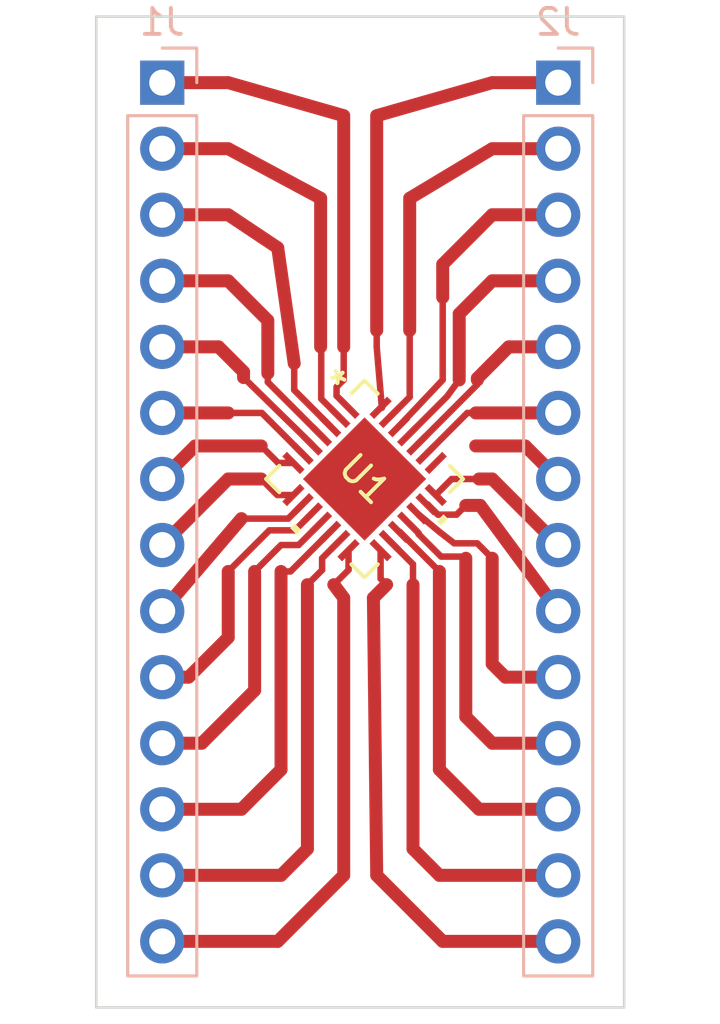
<source format=kicad_pcb>
(kicad_pcb (version 20221018) (generator pcbnew)
  (layers (0 "F.Cu" signal) (31 "B.Cu" signal) (34 "B.Paste" user) (35 "F.Paste" user) (36 "B.SilkS" user "B.Silkscreen") (37 "F.SilkS" user "F.Silkscreen") (38 "B.Mask" user) (39 "F.Mask" user) (44 "Edge.Cuts" user))
  (net 0 "")
  (net 1 "Net-(J1-Pin_1)")
  (net 2 "Net-(J1-Pin_2)")
  (net 3 "Net-(J1-Pin_3)")
  (net 4 "Net-(J1-Pin_4)")
  (net 5 "Net-(J1-Pin_5)")
  (net 6 "Net-(J1-Pin_6)")
  (net 7 "Net-(J1-Pin_7)")
  (net 8 "Net-(J1-Pin_8)")
  (net 9 "Net-(J1-Pin_9)")
  (net 10 "Net-(J1-Pin_10)")
  (net 11 "Net-(J1-Pin_11)")
  (net 12 "Net-(J1-Pin_12)")
  (net 13 "Net-(J1-Pin_13)")
  (net 14 "Net-(J1-Pin_14)")
  (net 15 "Net-(J2-Pin_14)")
  (net 16 "Net-(J2-Pin_13)")
  (net 17 "Net-(J2-Pin_12)")
  (net 18 "Net-(J2-Pin_11)")
  (net 19 "Net-(J2-Pin_10)")
  (net 20 "Net-(J2-Pin_9)")
  (net 21 "Net-(J2-Pin_8)")
  (net 22 "Net-(J2-Pin_7)")
  (net 23 "Net-(J2-Pin_6)")
  (net 24 "Net-(J2-Pin_5)")
  (net 25 "Net-(J2-Pin_4)")
  (net 26 "Net-(J2-Pin_3)")
  (net 27 "Net-(J2-Pin_2)")
  (net 28 "Net-(J2-Pin_1)")
  (footprint "MAX2121:21-0140L_T2855-3_MXM" (layer "F.Cu") (at 117.0075 86.36 -45)
    (fp_text reference "U1" (at 0 0 -45 unlocked) (layer "F.SilkS"))
    (fp_text value "MAX2121ETI+")
    (fp_text user "*" (at -3.4877 -1.75 -45 unlocked) (layer "F.SilkS"))
    (fp_text user "*" (at -3.4877 -1.75 135) (layer "F.SilkS"))
    (fp_line (start -2.6797 -2.6797) (end -2.6797 -1.96014) (stroke (width 0.1524)) (layer "F.SilkS"))
    (fp_line (start -2.6797 1.96014) (end -2.6797 2.6797) (stroke (width 0.1524)) (layer "F.SilkS"))
    (fp_line (start -2.6797 2.6797) (end -1.96014 2.6797) (stroke (width 0.1524)) (layer "F.SilkS"))
    (fp_line (start -1.96014 -2.6797) (end -2.6797 -2.6797) (stroke (width 0.1524)) (layer "F.SilkS"))
    (fp_line (start 1.96014 2.6797) (end 2.6797 2.6797) (stroke (width 0.1524)) (layer "F.SilkS"))
    (fp_line (start 2.6797 -2.6797) (end 1.96014 -2.6797) (stroke (width 0.1524)) (layer "F.SilkS"))
    (fp_line (start 2.6797 -1.96014) (end 2.6797 -2.6797) (stroke (width 0.1524)) (layer "F.SilkS"))
    (fp_line (start 2.6797 2.6797) (end 2.6797 1.96014) (stroke (width 0.1524)) (layer "F.SilkS"))
    (fp_poly (pts (xy -0.690499 3.106699) (xy -0.690499 3.360699) (xy -0.309499 3.360699) (xy -0.309499 3.106699)) (fill solid) (layer "F.SilkS"))
    (fp_poly (pts (xy 3.360699 -1.190501) (xy 3.360699 -0.809501) (xy 3.106699 -0.809501) (xy 3.106699 -1.190501)) (fill solid) (layer "F.SilkS"))
    (pad "1" smd rect (at -2.3725 -1.5 45) (size 0.2548 0.960399) (layers "F.Cu" "F.Paste" "F.Mask") (net 1 "Net-(J1-Pin_1)"))
    (pad "2" smd rect (at -2.3725 -1.000001 45) (size 0.2548 0.960399) (layers "F.Cu" "F.Paste" "F.Mask") (net 2 "Net-(J1-Pin_2)"))
    (pad "3" smd rect (at -2.3725 -0.499999 45) (size 0.2548 0.960399) (layers "F.Cu" "F.Paste" "F.Mask") (net 3 "Net-(J1-Pin_3)"))
    (pad "4" smd rect (at -2.3725 0 45) (size 0.2548 0.960399) (layers "F.Cu" "F.Paste" "F.Mask") (net 4 "Net-(J1-Pin_4)"))
    (pad "5" smd rect (at -2.3725 0.499999 45) (size 0.2548 0.960399) (layers "F.Cu" "F.Paste" "F.Mask") (net 5 "Net-(J1-Pin_5)"))
    (pad "6" smd rect (at -2.3725 1.000001 45) (size 0.2548 0.960399) (layers "F.Cu" "F.Paste" "F.Mask") (net 6 "Net-(J1-Pin_6)"))
    (pad "7" smd rect (at -2.3725 1.5 45) (size 0.2548 0.960399) (layers "F.Cu" "F.Paste" "F.Mask") (net 7 "Net-(J1-Pin_7)"))
    (pad "8" smd rect (at -1.5 2.3725 315) (size 0.2548 0.960399) (layers "F.Cu" "F.Paste" "F.Mask") (net 8 "Net-(J1-Pin_8)"))
    (pad "9" smd rect (at -1.000001 2.3725 315) (size 0.2548 0.960399) (layers "F.Cu" "F.Paste" "F.Mask") (net 9 "Net-(J1-Pin_9)"))
    (pad "10" smd rect (at -0.499999 2.3725 315) (size 0.2548 0.960399) (layers "F.Cu" "F.Paste" "F.Mask") (net 10 "Net-(J1-Pin_10)"))
    (pad "11" smd rect (at 0 2.3725 315) (size 0.2548 0.960399) (layers "F.Cu" "F.Paste" "F.Mask") (net 11 "Net-(J1-Pin_11)"))
    (pad "12" smd rect (at 0.499999 2.3725 315) (size 0.2548 0.960399) (layers "F.Cu" "F.Paste" "F.Mask") (net 12 "Net-(J1-Pin_12)"))
    (pad "13" smd rect (at 1.000001 2.3725 315) (size 0.2548 0.960399) (layers "F.Cu" "F.Paste" "F.Mask") (net 13 "Net-(J1-Pin_13)"))
    (pad "14" smd rect (at 1.5 2.3725 315) (size 0.2548 0.960399) (layers "F.Cu" "F.Paste" "F.Mask") (net 14 "Net-(J1-Pin_14)"))
    (pad "15" smd rect (at 2.3725 1.5 45) (size 0.2548 0.960399) (layers "F.Cu" "F.Paste" "F.Mask") (net 15 "Net-(J2-Pin_14)"))
    (pad "16" smd rect (at 2.3725 1.000001 45) (size 0.2548 0.960399) (layers "F.Cu" "F.Paste" "F.Mask") (net 16 "Net-(J2-Pin_13)"))
    (pad "17" smd rect (at 2.3725 0.499999 45) (size 0.2548 0.960399) (layers "F.Cu" "F.Paste" "F.Mask") (net 17 "Net-(J2-Pin_12)"))
    (pad "18" smd rect (at 2.3725 0 45) (size 0.2548 0.960399) (layers "F.Cu" "F.Paste" "F.Mask") (net 18 "Net-(J2-Pin_11)"))
    (pad "19" smd rect (at 2.3725 -0.499999 45) (size 0.2548 0.960399) (layers "F.Cu" "F.Paste" "F.Mask") (net 19 "Net-(J2-Pin_10)"))
    (pad "20" smd rect (at 2.3725 -1.000001 45) (size 0.2548 0.960399) (layers "F.Cu" "F.Paste" "F.Mask") (net 20 "Net-(J2-Pin_9)"))
    (pad "21" smd rect (at 2.3725 -1.5 45) (size 0.2548 0.960399) (layers "F.Cu" "F.Paste" "F.Mask") (net 21 "Net-(J2-Pin_8)"))
    (pad "22" smd rect (at 1.5 -2.3725 315) (size 0.2548 0.960399) (layers "F.Cu" "F.Paste" "F.Mask") (net 22 "Net-(J2-Pin_7)"))
    (pad "23" smd rect (at 1.000001 -2.3725 315) (size 0.2548 0.960399) (layers "F.Cu" "F.Paste" "F.Mask") (net 23 "Net-(J2-Pin_6)"))
    (pad "24" smd rect (at 0.499999 -2.3725 315) (size 0.2548 0.960399) (layers "F.Cu" "F.Paste" "F.Mask") (net 24 "Net-(J2-Pin_5)"))
    (pad "25" smd rect (at 0 -2.3725 315) (size 0.2548 0.960399) (layers "F.Cu" "F.Paste" "F.Mask") (net 25 "Net-(J2-Pin_4)"))
    (pad "26" smd rect (at -0.499999 -2.3725 315) (size 0.2548 0.960399) (layers "F.Cu" "F.Paste" "F.Mask") (net 26 "Net-(J2-Pin_3)"))
    (pad "27" smd rect (at -1.000001 -2.3725 315) (size 0.2548 0.960399) (layers "F.Cu" "F.Paste" "F.Mask") (net 27 "Net-(J2-Pin_2)"))
    (pad "28" smd rect (at -1.5 -2.3725 315) (size 0.2548 0.960399) (layers "F.Cu" "F.Paste" "F.Mask") (net 28 "Net-(J2-Pin_1)"))
    (pad "29" smd rect (at 0 0 315) (size 3.3528 3.3528) (layers "F.Cu" "F.Mask"))
  )
  (footprint "Connector_PinHeader_2.54mm:PinHeader_1x14_P2.54mm_Vertical" (layer "B.Cu") (at 109.22 71.12 180)
    (fp_text reference "J1" (at 0 2.33) (layer "B.SilkS") (effects (justify mirror)))
    (fp_text value "Conn_01x14_Pin")
    (fp_line (start -1.33 -34.35) (end 1.33 -34.35) (stroke (width 0.12)) (layer "B.SilkS"))
    (fp_line (start -1.33 -1.27) (end -1.33 -34.35) (stroke (width 0.12)) (layer "B.SilkS"))
    (fp_line (start -1.33 -1.27) (end 1.33 -1.27) (stroke (width 0.12)) (layer "B.SilkS"))
    (fp_line (start -1.33 0) (end -1.33 1.33) (stroke (width 0.12)) (layer "B.SilkS"))
    (fp_line (start -1.33 1.33) (end 0 1.33) (stroke (width 0.12)) (layer "B.SilkS"))
    (fp_line (start 1.33 -1.27) (end 1.33 -34.35) (stroke (width 0.12)) (layer "B.SilkS"))
    (pad "1" thru_hole rect (at 0 0 180) (size 1.7 1.7) (drill 1) (layers "*.Cu" "*.Mask") (net 1 "Net-(J1-Pin_1)"))
    (pad "2" thru_hole oval (at 0 -2.54 180) (size 1.7 1.7) (drill 1) (layers "*.Cu" "*.Mask") (net 2 "Net-(J1-Pin_2)"))
    (pad "3" thru_hole oval (at 0 -5.08 180) (size 1.7 1.7) (drill 1) (layers "*.Cu" "*.Mask") (net 3 "Net-(J1-Pin_3)"))
    (pad "4" thru_hole oval (at 0 -7.62 180) (size 1.7 1.7) (drill 1) (layers "*.Cu" "*.Mask") (net 4 "Net-(J1-Pin_4)"))
    (pad "5" thru_hole oval (at 0 -10.16 180) (size 1.7 1.7) (drill 1) (layers "*.Cu" "*.Mask") (net 5 "Net-(J1-Pin_5)"))
    (pad "6" thru_hole oval (at 0 -12.7 180) (size 1.7 1.7) (drill 1) (layers "*.Cu" "*.Mask") (net 6 "Net-(J1-Pin_6)"))
    (pad "7" thru_hole oval (at 0 -15.24 180) (size 1.7 1.7) (drill 1) (layers "*.Cu" "*.Mask") (net 7 "Net-(J1-Pin_7)"))
    (pad "8" thru_hole oval (at 0 -17.78 180) (size 1.7 1.7) (drill 1) (layers "*.Cu" "*.Mask") (net 8 "Net-(J1-Pin_8)"))
    (pad "9" thru_hole oval (at 0 -20.32 180) (size 1.7 1.7) (drill 1) (layers "*.Cu" "*.Mask") (net 9 "Net-(J1-Pin_9)"))
    (pad "10" thru_hole oval (at 0 -22.86 180) (size 1.7 1.7) (drill 1) (layers "*.Cu" "*.Mask") (net 10 "Net-(J1-Pin_10)"))
    (pad "11" thru_hole oval (at 0 -25.4 180) (size 1.7 1.7) (drill 1) (layers "*.Cu" "*.Mask") (net 11 "Net-(J1-Pin_11)"))
    (pad "12" thru_hole oval (at 0 -27.94 180) (size 1.7 1.7) (drill 1) (layers "*.Cu" "*.Mask") (net 12 "Net-(J1-Pin_12)"))
    (pad "13" thru_hole oval (at 0 -30.48 180) (size 1.7 1.7) (drill 1) (layers "*.Cu" "*.Mask") (net 13 "Net-(J1-Pin_13)"))
    (pad "14" thru_hole oval (at 0 -33.02 180) (size 1.7 1.7) (drill 1) (layers "*.Cu" "*.Mask") (net 14 "Net-(J1-Pin_14)"))
  )
  (footprint "Connector_PinHeader_2.54mm:PinHeader_1x14_P2.54mm_Vertical" (layer "B.Cu") (at 124.46 71.12 180)
    (fp_text reference "J2" (at 0 2.33) (layer "B.SilkS") (effects (justify mirror)))
    (fp_text value "Conn_01x14_Pin")
    (fp_line (start -1.33 -34.35) (end 1.33 -34.35) (stroke (width 0.12)) (layer "B.SilkS"))
    (fp_line (start -1.33 -1.27) (end -1.33 -34.35) (stroke (width 0.12)) (layer "B.SilkS"))
    (fp_line (start -1.33 -1.27) (end 1.33 -1.27) (stroke (width 0.12)) (layer "B.SilkS"))
    (fp_line (start -1.33 0) (end -1.33 1.33) (stroke (width 0.12)) (layer "B.SilkS"))
    (fp_line (start -1.33 1.33) (end 0 1.33) (stroke (width 0.12)) (layer "B.SilkS"))
    (fp_line (start 1.33 -1.27) (end 1.33 -34.35) (stroke (width 0.12)) (layer "B.SilkS"))
    (pad "1" thru_hole rect (at 0 0 180) (size 1.7 1.7) (drill 1) (layers "*.Cu" "*.Mask") (net 28 "Net-(J2-Pin_1)"))
    (pad "2" thru_hole oval (at 0 -2.54 180) (size 1.7 1.7) (drill 1) (layers "*.Cu" "*.Mask") (net 27 "Net-(J2-Pin_2)"))
    (pad "3" thru_hole oval (at 0 -5.08 180) (size 1.7 1.7) (drill 1) (layers "*.Cu" "*.Mask") (net 26 "Net-(J2-Pin_3)"))
    (pad "4" thru_hole oval (at 0 -7.62 180) (size 1.7 1.7) (drill 1) (layers "*.Cu" "*.Mask") (net 25 "Net-(J2-Pin_4)"))
    (pad "5" thru_hole oval (at 0 -10.16 180) (size 1.7 1.7) (drill 1) (layers "*.Cu" "*.Mask") (net 24 "Net-(J2-Pin_5)"))
    (pad "6" thru_hole oval (at 0 -12.7 180) (size 1.7 1.7) (drill 1) (layers "*.Cu" "*.Mask") (net 23 "Net-(J2-Pin_6)"))
    (pad "7" thru_hole oval (at 0 -15.24 180) (size 1.7 1.7) (drill 1) (layers "*.Cu" "*.Mask") (net 22 "Net-(J2-Pin_7)"))
    (pad "8" thru_hole oval (at 0 -17.78 180) (size 1.7 1.7) (drill 1) (layers "*.Cu" "*.Mask") (net 21 "Net-(J2-Pin_8)"))
    (pad "9" thru_hole oval (at 0 -20.32 180) (size 1.7 1.7) (drill 1) (layers "*.Cu" "*.Mask") (net 20 "Net-(J2-Pin_9)"))
    (pad "10" thru_hole oval (at 0 -22.86 180) (size 1.7 1.7) (drill 1) (layers "*.Cu" "*.Mask") (net 19 "Net-(J2-Pin_10)"))
    (pad "11" thru_hole oval (at 0 -25.4 180) (size 1.7 1.7) (drill 1) (layers "*.Cu" "*.Mask") (net 18 "Net-(J2-Pin_11)"))
    (pad "12" thru_hole oval (at 0 -27.94 180) (size 1.7 1.7) (drill 1) (layers "*.Cu" "*.Mask") (net 17 "Net-(J2-Pin_12)"))
    (pad "13" thru_hole oval (at 0 -30.48 180) (size 1.7 1.7) (drill 1) (layers "*.Cu" "*.Mask") (net 16 "Net-(J2-Pin_13)"))
    (pad "14" thru_hole oval (at 0 -33.02 180) (size 1.7 1.7) (drill 1) (layers "*.Cu" "*.Mask") (net 15 "Net-(J2-Pin_14)"))
  )
  (gr_rect (start 106.68 68.58) (end 127 106.68) (stroke (width 0.1)) (fill none) (layer "Edge.Cuts"))
  (segment (start 116.390549 83.621729) (end 115.93 83.16) (width 0.25) (layer "F.Cu") (net 1))
  (segment (start 115.93 82.82) (end 116.205 82.545) (width 0.25) (layer "F.Cu") (net 1))
  (segment (start 116.205 81.28) (end 116.205 72.39) (width 0.5) (layer "F.Cu") (net 1))
  (segment (start 111.76 71.12) (end 109.22 71.12) (width 0.5) (layer "F.Cu") (net 1))
  (segment (start 116.205 72.39) (end 111.76 71.12) (width 0.5) (layer "F.Cu") (net 1))
  (segment (start 116.205 82.545) (end 116.205 81.28) (width 0.25) (layer "F.Cu") (net 1))
  (segment (start 115.93 83.16) (end 115.93 82.82) (width 0.25) (layer "F.Cu") (net 1))
  (segment (start 115.34 83.28) (end 115.34 81.304) (width 0.25) (layer "F.Cu") (net 2))
  (segment (start 111.76 73.66) (end 115.316 75.565) (width 0.5) (layer "F.Cu") (net 2))
  (segment (start 115.316 75.565) (end 115.316 81.28) (width 0.5) (layer "F.Cu") (net 2))
  (segment (start 116.035282 83.975282) (end 115.34 83.28) (width 0.25) (layer "F.Cu") (net 2))
  (segment (start 109.22 73.66) (end 111.76 73.66) (width 0.5) (layer "F.Cu") (net 2))
  (segment (start 115.34 81.304) (end 115.316 81.28) (width 0.25) (layer "F.Cu") (net 2))
  (segment (start 116.036997 83.975282) (end 116.035282 83.975282) (width 0.25) (layer "F.Cu") (net 2))
  (segment (start 111.76 76.2) (end 113.665 77.47) (width 0.5) (layer "F.Cu") (net 3))
  (segment (start 113.665 77.47) (end 114.3 81.915) (width 0.5) (layer "F.Cu") (net 3))
  (segment (start 109.22 76.2) (end 111.76 76.2) (width 0.5) (layer "F.Cu") (net 3))
  (segment (start 115.683442 84.323442) (end 114.3 82.94) (width 0.25) (layer "F.Cu") (net 3))
  (segment (start 115.683442 84.328836) (end 115.683442 84.323442) (width 0.25) (layer "F.Cu") (net 3))
  (segment (start 114.3 82.94) (end 114.3 81.915) (width 0.25) (layer "F.Cu") (net 3))
  (segment (start 109.22 78.74) (end 111.76 78.74) (width 0.5) (layer "F.Cu") (net 4))
  (segment (start 115.329889 84.682389) (end 113.284 82.6365) (width 0.25) (layer "F.Cu") (net 4))
  (segment (start 113.284 80.264) (end 113.284 82.296) (width 0.5) (layer "F.Cu") (net 4))
  (segment (start 113.284 82.6365) (end 113.284 82.296) (width 0.25) (layer "F.Cu") (net 4))
  (segment (start 111.76 78.74) (end 113.284 80.264) (width 0.5) (layer "F.Cu") (net 4))
  (segment (start 114.976336 85.026336) (end 114.976336 85.035942) (width 0.25) (layer "F.Cu") (net 5))
  (segment (start 111.39 81.28) (end 109.22 81.28) (width 0.5) (layer "F.Cu") (net 5))
  (segment (start 111.39 81.28) (end 112.35 82.24) (width 0.5) (layer "F.Cu") (net 5))
  (segment (start 112.35 82.24) (end 112.35 82.46) (width 0.5) (layer "F.Cu") (net 5))
  (segment (start 112.35 82.46) (end 114.976336 85.026336) (width 0.25) (layer "F.Cu") (net 5))
  (segment (start 109.22 83.82) (end 111.76 83.82) (width 0.5) (layer "F.Cu") (net 6))
  (segment (start 113.053285 83.82) (end 111.76 83.82) (width 0.25) (layer "F.Cu") (net 6))
  (segment (start 114.622782 85.389497) (end 113.053285 83.82) (width 0.25) (layer "F.Cu") (net 6))
  (segment (start 109.22 86.36) (end 110.49 85.09) (width 0.5) (layer "F.Cu") (net 7))
  (segment (start 114.269229 85.743049) (end 113.683049 85.743049) (width 0.25) (layer "F.Cu") (net 7))
  (segment (start 110.49 85.09) (end 113.03 85.09) (width 0.5) (layer "F.Cu") (net 7))
  (segment (start 113.683049 85.743049) (end 113.03 85.09) (width 0.25) (layer "F.Cu") (net 7))
  (segment (start 113.646951 86.976951) (end 113.03 86.36) (width 0.25) (layer "F.Cu") (net 8))
  (segment (start 109.22 88.9) (end 111.76 86.36) (width 0.5) (layer "F.Cu") (net 8))
  (segment (start 111.76 86.36) (end 113.03 86.36) (width 0.5) (layer "F.Cu") (net 8))
  (segment (start 114.269229 86.976951) (end 113.646951 86.976951) (width 0.25) (layer "F.Cu") (net 8))
  (segment (start 114.622782 87.330503) (end 114.069285 87.884) (width 0.25) (layer "F.Cu") (net 9))
  (segment (start 109.22 91.44) (end 112.268 87.884) (width 0.5) (layer "F.Cu") (net 9))
  (segment (start 114.069285 87.884) (end 112.268 87.884) (width 0.25) (layer "F.Cu") (net 9))
  (segment (start 111.76 92.456) (end 111.76 89.916) (width 0.5) (layer "F.Cu") (net 10))
  (segment (start 110.236 93.98) (end 111.76 92.456) (width 0.5) (layer "F.Cu") (net 10))
  (segment (start 109.22 93.98) (end 110.236 93.98) (width 0.5) (layer "F.Cu") (net 10))
  (segment (start 113.342 88.334) (end 111.76 89.916) (width 0.25) (layer "F.Cu") (net 10))
  (segment (start 114.326394 88.334) (end 113.342 88.334) (width 0.25) (layer "F.Cu") (net 10))
  (segment (start 114.976336 87.684058) (end 114.326394 88.334) (width 0.25) (layer "F.Cu") (net 10))
  (segment (start 113.792 88.9) (end 114.4675 88.9) (width 0.25) (layer "F.Cu") (net 11))
  (segment (start 112.776 89.916) (end 112.776 94.488) (width 0.5) (layer "F.Cu") (net 11))
  (segment (start 112.776 94.488) (end 110.744 96.52) (width 0.5) (layer "F.Cu") (net 11))
  (segment (start 114.4675 88.9) (end 115.329889 88.037611) (width 0.25) (layer "F.Cu") (net 11))
  (segment (start 110.744 96.52) (end 109.22 96.52) (width 0.5) (layer "F.Cu") (net 11))
  (segment (start 112.776 89.916) (end 113.792 88.9) (width 0.25) (layer "F.Cu") (net 11))
  (segment (start 112.268 99.06) (end 113.792 97.536) (width 0.5) (layer "F.Cu") (net 12))
  (segment (start 114.158606 89.916) (end 113.792 89.916) (width 0.25) (layer "F.Cu") (net 12))
  (segment (start 109.22 99.06) (end 112.268 99.06) (width 0.5) (layer "F.Cu") (net 12))
  (segment (start 113.792 97.536) (end 113.792 89.916) (width 0.5) (layer "F.Cu") (net 12))
  (segment (start 115.683442 88.391164) (end 114.158606 89.916) (width 0.25) (layer "F.Cu") (net 12))
  (segment (start 113.792 101.6) (end 114.808 100.584) (width 0.5) (layer "F.Cu") (net 13))
  (segment (start 115.373715 89.408) (end 115.373715 89.858285) (width 0.25) (layer "F.Cu") (net 13))
  (segment (start 116.036997 88.744718) (end 115.373715 89.408) (width 0.25) (layer "F.Cu") (net 13))
  (segment (start 109.22 101.6) (end 113.792 101.6) (width 0.5) (layer "F.Cu") (net 13))
  (segment (start 115.373715 89.858285) (end 114.808 90.424) (width 0.25) (layer "F.Cu") (net 13))
  (segment (start 114.808 100.584) (end 114.808 90.424) (width 0.5) (layer "F.Cu") (net 13))
  (segment (start 109.22 104.14) (end 113.665 104.14) (width 0.5) (layer "F.Cu") (net 14))
  (segment (start 116.205 101.6) (end 116.205 90.932) (width 0.5) (layer "F.Cu") (net 14))
  (segment (start 116.390549 89.857451) (end 115.824 90.424) (width 0.25) (layer "F.Cu") (net 14))
  (segment (start 116.205 90.932) (end 115.824 90.424) (width 0.5) (layer "F.Cu") (net 14))
  (segment (start 116.390549 89.098271) (end 116.390549 89.857451) (width 0.25) (layer "F.Cu") (net 14))
  (segment (start 113.665 104.14) (end 116.205 101.6) (width 0.5) (layer "F.Cu") (net 14))
  (segment (start 117.624451 90.192451) (end 117.856 90.424) (width 0.25) (layer "F.Cu") (net 15))
  (segment (start 120.015 104.14) (end 117.475 101.6) (width 0.5) (layer "F.Cu") (net 15))
  (segment (start 117.624451 89.098271) (end 117.624451 90.192451) (width 0.25) (layer "F.Cu") (net 15))
  (segment (start 124.46 104.14) (end 120.015 104.14) (width 0.5) (layer "F.Cu") (net 15))
  (segment (start 123.86 104.14) (end 124.46 104.14) (width 0.5) (layer "F.Cu") (net 15))
  (segment (start 117.475 101.6) (end 117.348 90.932) (width 0.5) (layer "F.Cu") (net 15))
  (segment (start 117.348 90.932) (end 117.856 90.424) (width 0.5) (layer "F.Cu") (net 15))
  (segment (start 117.978003 88.744718) (end 118.872 89.638715) (width 0.25) (layer "F.Cu") (net 16))
  (segment (start 119.888 101.6) (end 118.872 100.584) (width 0.5) (layer "F.Cu") (net 16))
  (segment (start 118.872 89.638715) (end 118.872 90.424) (width 0.25) (layer "F.Cu") (net 16))
  (segment (start 124.46 101.6) (end 119.888 101.6) (width 0.5) (layer "F.Cu") (net 16))
  (segment (start 118.872 100.584) (end 118.872 90.424) (width 0.5) (layer "F.Cu") (net 16))
  (segment (start 118.363164 88.391164) (end 119.888 89.916) (width 0.25) (layer "F.Cu") (net 17))
  (segment (start 118.331558 88.391164) (end 118.363164 88.391164) (width 0.25) (layer "F.Cu") (net 17))
  (segment (start 124.46 99.06) (end 121.412 99.06) (width 0.5) (layer "F.Cu") (net 17))
  (segment (start 121.412 99.06) (end 119.888 97.536) (width 0.5) (layer "F.Cu") (net 17))
  (segment (start 119.888 97.536) (end 119.888 89.916) (width 0.5) (layer "F.Cu") (net 17))
  (segment (start 118.685111 88.037611) (end 119.086195 88.438695) (width 0.25) (layer "F.Cu") (net 18))
  (segment (start 119.086195 88.477799) (end 119.952198 89.343802) (width 0.25) (layer "F.Cu") (net 18))
  (segment (start 119.086195 88.438695) (end 119.086195 88.477799) (width 0.25) (layer "F.Cu") (net 18))
  (segment (start 120.904 95.504) (end 120.904 89.408) (width 0.5) (layer "F.Cu") (net 18))
  (segment (start 124.46 96.52) (end 121.92 96.52) (width 0.5) (layer "F.Cu") (net 18))
  (segment (start 120.839802 89.343802) (end 120.904 89.408) (width 0.25) (layer "F.Cu") (net 18))
  (segment (start 121.92 96.52) (end 120.904 95.504) (width 0.5) (layer "F.Cu") (net 18))
  (segment (start 119.952198 89.343802) (end 120.839802 89.343802) (width 0.25) (layer "F.Cu") (net 18))
  (segment (start 121.92 89.408) (end 121.345 88.833) (width 0.25) (layer "F.Cu") (net 19))
  (segment (start 121.92 89.408) (end 121.92 93.472) (width 0.5) (layer "F.Cu") (net 19))
  (segment (start 121.92 93.472) (end 122.428 93.98) (width 0.5) (layer "F.Cu") (net 19))
  (segment (start 121.345 88.833) (end 120.456802 88.833) (width 0.25) (layer "F.Cu") (net 19))
  (segment (start 120.456802 88.833) (end 119.888 88.392) (width 0.25) (layer "F.Cu") (net 19))
  (segment (start 122.428 93.98) (end 124.46 93.98) (width 0.5) (layer "F.Cu") (net 19))
  (segment (start 119.888 88.392) (end 119.038664 87.684058) (width 0.25) (layer "F.Cu") (net 19))
  (segment (start 120.548412 87.731588) (end 120.904 87.376) (width 0.25) (layer "F.Cu") (net 20))
  (segment (start 119.392218 87.330503) (end 119.42787 87.330503) (width 0.25) (layer "F.Cu") (net 20))
  (segment (start 124.46 91.44) (end 121.458182 87.376) (width 0.5) (layer "F.Cu") (net 20))
  (segment (start 121.458182 87.376) (end 120.904 87.376) (width 0.5) (layer "F.Cu") (net 20))
  (segment (start 119.828955 87.731588) (end 120.548412 87.731588) (width 0.25) (layer "F.Cu") (net 20))
  (segment (start 119.42787 87.330503) (end 119.828955 87.731588) (width 0.25) (layer "F.Cu") (net 20))
  (segment (start 120.362722 86.36) (end 121.412 86.36) (width 0.25) (layer "F.Cu") (net 21))
  (segment (start 124.46 88.9) (end 121.92 86.36) (width 0.5) (layer "F.Cu") (net 21))
  (segment (start 121.92 86.36) (end 121.412 86.36) (width 0.5) (layer "F.Cu") (net 21))
  (segment (start 119.745771 86.976951) (end 120.362722 86.36) (width 0.25) (layer "F.Cu") (net 21))
  (segment (start 123.19 85.09) (end 121.285 85.09) (width 0.5) (layer "F.Cu") (net 22))
  (segment (start 124.46 86.36) (end 123.19 85.09) (width 0.5) (layer "F.Cu") (net 22))
  (segment (start 119.392218 85.389497) (end 120.961715 83.82) (width 0.25) (layer "F.Cu") (net 23))
  (segment (start 124.46 83.82) (end 121.285 83.82) (width 0.5) (layer "F.Cu") (net 23))
  (segment (start 120.961715 83.82) (end 121.285 83.82) (width 0.25) (layer "F.Cu") (net 23))
  (segment (start 121.35 82.485) (end 121.35 82.55) (width 0.5) (layer "F.Cu") (net 24))
  (segment (start 121.35 82.724606) (end 121.35 82.55) (width 0.25) (layer "F.Cu") (net 24))
  (segment (start 119.038664 85.035942) (end 121.35 82.724606) (width 0.25) (layer "F.Cu") (net 24))
  (segment (start 122.555 81.28) (end 121.92 81.915) (width 0.5) (layer "F.Cu") (net 24))
  (segment (start 121.92 81.915) (end 121.35 82.485) (width 0.5) (layer "F.Cu") (net 24))
  (segment (start 124.46 81.28) (end 122.555 81.28) (width 0.5) (layer "F.Cu") (net 24))
  (segment (start 120.65 82.55) (end 120.1825 83.185) (width 0.25) (layer "F.Cu") (net 25))
  (segment (start 120.1825 83.185) (end 118.685111 84.682389) (width 0.25) (layer "F.Cu") (net 25))
  (segment (start 120.65 82.55) (end 120.65 80.01) (width 0.5) (layer "F.Cu") (net 25))
  (segment (start 121.92 78.74) (end 124.46 78.74) (width 0.5) (layer "F.Cu") (net 25))
  (segment (start 120.65 80.01) (end 121.92 78.74) (width 0.5) (layer "F.Cu") (net 25))
  (segment (start 120.015 82.55) (end 118.331558 84.328836) (width 0.25) (layer "F.Cu") (net 26))
  (segment (start 120.015 78.105) (end 121.92 76.2) (width 0.5) (layer "F.Cu") (net 26))
  (segment (start 121.92 76.2) (end 124.46 76.2) (width 0.5) (layer "F.Cu") (net 26))
  (segment (start 120.015 79.375) (end 120.015 78.105) (width 0.5) (layer "F.Cu") (net 26))
  (segment (start 120.015 79.375) (end 120.015 82.55) (width 0.25) (layer "F.Cu") (net 26))
  (segment (start 118.745 80.645) (end 118.745 83.208285) (width 0.25) (layer "F.Cu") (net 27))
  (segment (start 121.92 73.66) (end 124.46 73.66) (width 0.5) (layer "F.Cu") (net 27))
  (segment (start 118.745 80.645) (end 118.745 75.565) (width 0.5) (layer "F.Cu") (net 27))
  (segment (start 118.745 83.208285) (end 117.978003 83.975282) (width 0.25) (layer "F.Cu") (net 27))
  (segment (start 118.745 75.565) (end 121.92 73.66) (width 0.5) (layer "F.Cu") (net 27))
  (segment (start 124.46 71.12) (end 124.149949 71.12) (width 0.5) (layer "F.Cu") (net 28))
  (segment (start 117.475 80.645) (end 117.475 81.28) (width 0.25) (layer "F.Cu") (net 28))
  (segment (start 117.475 72.39) (end 121.92 71.12) (width 0.5) (layer "F.Cu") (net 28))
  (segment (start 117.475 81.28) (end 117.673271 83.621729) (width 0.25) (layer "F.Cu") (net 28))
  (segment (start 117.673271 83.621729) (end 117.624451 83.621729) (width 0.25) (layer "F.Cu") (net 28))
  (segment (start 121.92 71.12) (end 124.46 71.12) (width 0.5) (layer "F.Cu") (net 28))
  (segment (start 124.46 71.12) (end 123.86 71.12) (width 0.5) (layer "F.Cu") (net 28))
  (segment (start 117.475 80.645) (end 117.475 72.39) (width 0.5) (layer "F.Cu") (net 28))
)
</source>
